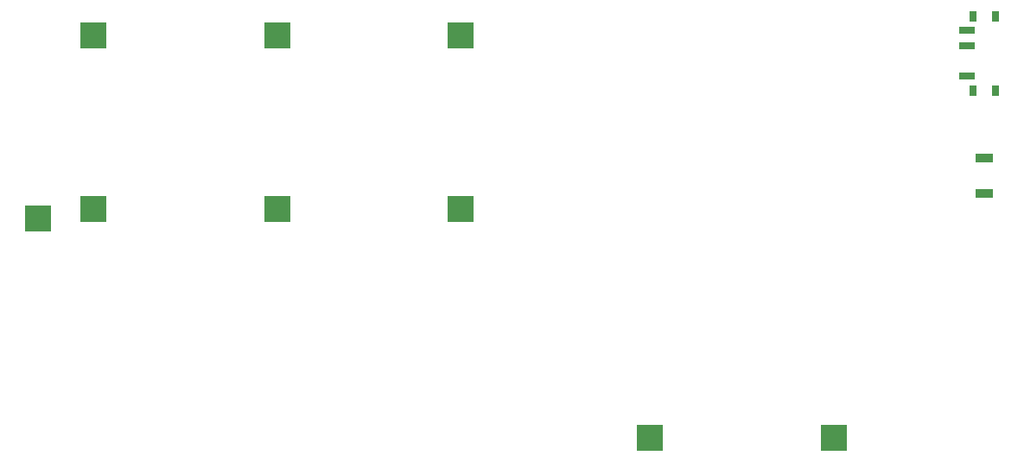
<source format=gbr>
%TF.GenerationSoftware,KiCad,Pcbnew,7.0.9*%
%TF.CreationDate,2024-03-07T17:23:47+01:00*%
%TF.ProjectId,zenFlow,7a656e46-6c6f-4772-9e6b-696361645f70,1*%
%TF.SameCoordinates,Original*%
%TF.FileFunction,Paste,Top*%
%TF.FilePolarity,Positive*%
%FSLAX46Y46*%
G04 Gerber Fmt 4.6, Leading zero omitted, Abs format (unit mm)*
G04 Created by KiCad (PCBNEW 7.0.9) date 2024-03-07 17:23:47*
%MOMM*%
%LPD*%
G01*
G04 APERTURE LIST*
%ADD10R,2.600000X2.600000*%
%ADD11R,0.800000X1.000000*%
%ADD12R,1.500000X0.700000*%
%ADD13R,1.700000X0.900000*%
G04 APERTURE END LIST*
D10*
%TO.C,S1*%
X158750000Y-144225000D03*
%TD*%
%TO.C,S2*%
X164225000Y-143310000D03*
%TD*%
%TO.C,S3*%
X164225000Y-126310000D03*
%TD*%
%TO.C,S4*%
X182225000Y-143310000D03*
%TD*%
%TO.C,S5*%
X182225000Y-126310000D03*
%TD*%
%TO.C,S6*%
X200225000Y-143310000D03*
%TD*%
%TO.C,S7*%
X200225000Y-126310000D03*
%TD*%
%TO.C,S8*%
X218725000Y-165750000D03*
%TD*%
%TO.C,S9*%
X236725000Y-165750000D03*
%TD*%
D11*
%TO.C,SW1*%
X252625000Y-124410000D03*
X250415000Y-124410000D03*
X250415000Y-131710000D03*
D12*
X249765000Y-130310000D03*
X249765000Y-127310000D03*
X249765000Y-125810000D03*
D11*
X252625000Y-131710000D03*
%TD*%
D13*
%TO.C,S10*%
X251500000Y-138360000D03*
X251500000Y-141760000D03*
%TD*%
M02*

</source>
